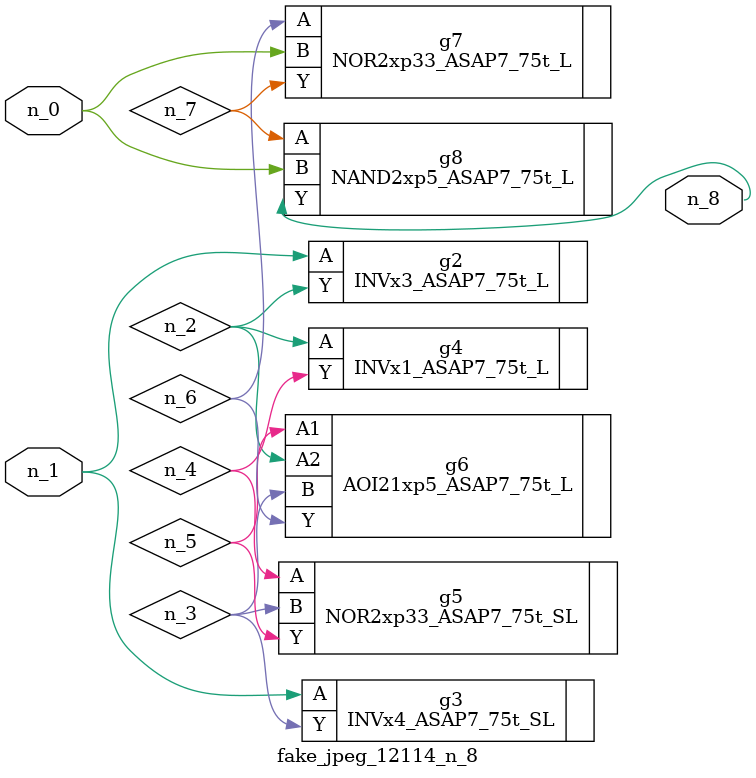
<source format=v>
module fake_jpeg_12114_n_8 (n_0, n_1, n_8);

input n_0;
input n_1;

output n_8;

wire n_2;
wire n_3;
wire n_4;
wire n_6;
wire n_5;
wire n_7;

INVx3_ASAP7_75t_L g2 ( 
.A(n_1),
.Y(n_2)
);

INVx4_ASAP7_75t_SL g3 ( 
.A(n_1),
.Y(n_3)
);

INVx1_ASAP7_75t_L g4 ( 
.A(n_2),
.Y(n_4)
);

NOR2xp33_ASAP7_75t_SL g5 ( 
.A(n_4),
.B(n_3),
.Y(n_5)
);

AOI21xp5_ASAP7_75t_L g6 ( 
.A1(n_5),
.A2(n_2),
.B(n_3),
.Y(n_6)
);

NOR2xp33_ASAP7_75t_L g7 ( 
.A(n_6),
.B(n_0),
.Y(n_7)
);

NAND2xp5_ASAP7_75t_L g8 ( 
.A(n_7),
.B(n_0),
.Y(n_8)
);


endmodule
</source>
